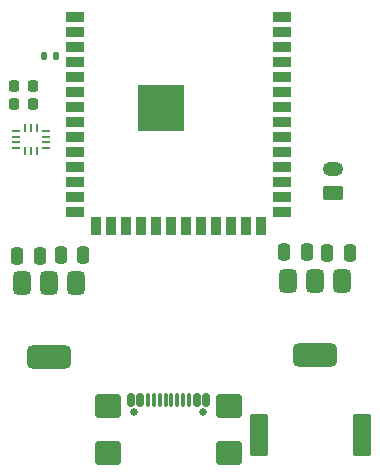
<source format=gbr>
%TF.GenerationSoftware,KiCad,Pcbnew,8.0.8-8.0.8-0~ubuntu24.04.1*%
%TF.CreationDate,2025-08-02T17:23:44-04:00*%
%TF.ProjectId,electronics,656c6563-7472-46f6-9e69-63732e6b6963,rev?*%
%TF.SameCoordinates,Original*%
%TF.FileFunction,Soldermask,Top*%
%TF.FilePolarity,Negative*%
%FSLAX46Y46*%
G04 Gerber Fmt 4.6, Leading zero omitted, Abs format (unit mm)*
G04 Created by KiCad (PCBNEW 8.0.8-8.0.8-0~ubuntu24.04.1) date 2025-08-02 17:23:44*
%MOMM*%
%LPD*%
G01*
G04 APERTURE LIST*
G04 Aperture macros list*
%AMRoundRect*
0 Rectangle with rounded corners*
0 $1 Rounding radius*
0 $2 $3 $4 $5 $6 $7 $8 $9 X,Y pos of 4 corners*
0 Add a 4 corners polygon primitive as box body*
4,1,4,$2,$3,$4,$5,$6,$7,$8,$9,$2,$3,0*
0 Add four circle primitives for the rounded corners*
1,1,$1+$1,$2,$3*
1,1,$1+$1,$4,$5*
1,1,$1+$1,$6,$7*
1,1,$1+$1,$8,$9*
0 Add four rect primitives between the rounded corners*
20,1,$1+$1,$2,$3,$4,$5,0*
20,1,$1+$1,$4,$5,$6,$7,0*
20,1,$1+$1,$6,$7,$8,$9,0*
20,1,$1+$1,$8,$9,$2,$3,0*%
G04 Aperture macros list end*
%ADD10R,0.675000X0.250000*%
%ADD11R,0.250000X0.675000*%
%ADD12RoundRect,0.225000X0.225000X0.250000X-0.225000X0.250000X-0.225000X-0.250000X0.225000X-0.250000X0*%
%ADD13RoundRect,0.135000X-0.135000X-0.185000X0.135000X-0.185000X0.135000X0.185000X-0.135000X0.185000X0*%
%ADD14C,0.650000*%
%ADD15RoundRect,0.150000X-0.150000X-0.425000X0.150000X-0.425000X0.150000X0.425000X-0.150000X0.425000X0*%
%ADD16RoundRect,0.075000X-0.075000X-0.500000X0.075000X-0.500000X0.075000X0.500000X-0.075000X0.500000X0*%
%ADD17RoundRect,0.250000X-0.840000X-0.750000X0.840000X-0.750000X0.840000X0.750000X-0.840000X0.750000X0*%
%ADD18R,1.500000X0.900000*%
%ADD19R,0.900000X1.500000*%
%ADD20C,0.600000*%
%ADD21R,3.900000X3.900000*%
%ADD22RoundRect,0.225000X-0.225000X-0.250000X0.225000X-0.250000X0.225000X0.250000X-0.225000X0.250000X0*%
%ADD23RoundRect,0.375000X-0.375000X0.625000X-0.375000X-0.625000X0.375000X-0.625000X0.375000X0.625000X0*%
%ADD24RoundRect,0.500000X-1.400000X0.500000X-1.400000X-0.500000X1.400000X-0.500000X1.400000X0.500000X0*%
%ADD25RoundRect,0.250000X-0.250000X-0.475000X0.250000X-0.475000X0.250000X0.475000X-0.250000X0.475000X0*%
%ADD26RoundRect,0.102000X-0.650000X-1.700000X0.650000X-1.700000X0.650000X1.700000X-0.650000X1.700000X0*%
%ADD27RoundRect,0.250000X0.250000X0.475000X-0.250000X0.475000X-0.250000X-0.475000X0.250000X-0.475000X0*%
%ADD28RoundRect,0.250000X0.625000X-0.350000X0.625000X0.350000X-0.625000X0.350000X-0.625000X-0.350000X0*%
%ADD29O,1.750000X1.200000*%
G04 APERTURE END LIST*
D10*
%TO.C,U2*%
X131792500Y-90472500D03*
X131792500Y-89972500D03*
X131792500Y-89472500D03*
X131792500Y-88972500D03*
D11*
X131030000Y-88710000D03*
X130530000Y-88710000D03*
X130030000Y-88710000D03*
D10*
X129267500Y-88972500D03*
X129267500Y-89472500D03*
X129267500Y-89972500D03*
X129267500Y-90472500D03*
D11*
X130030000Y-90735000D03*
X130530000Y-90735000D03*
X131030000Y-90735000D03*
%TD*%
D12*
%TO.C,C4*%
X130650000Y-86730000D03*
X129100000Y-86730000D03*
%TD*%
D13*
%TO.C,R1*%
X131610000Y-82630000D03*
X132630000Y-82630000D03*
%TD*%
D14*
%TO.C,J1*%
X139260000Y-112820000D03*
X145040000Y-112820000D03*
D15*
X138950000Y-111745000D03*
X139750000Y-111745000D03*
D16*
X140900000Y-111745000D03*
X141900000Y-111745000D03*
X142400000Y-111745000D03*
X143400000Y-111745000D03*
D15*
X144550000Y-111745000D03*
X145350000Y-111745000D03*
X145350000Y-111745000D03*
X144550000Y-111745000D03*
D16*
X143900000Y-111745000D03*
X142900000Y-111745000D03*
X141400000Y-111745000D03*
X140400000Y-111745000D03*
D15*
X139750000Y-111745000D03*
X138950000Y-111745000D03*
D17*
X137040000Y-112320000D03*
X137040000Y-116250000D03*
X147260000Y-112320000D03*
X147260000Y-116250000D03*
%TD*%
D18*
%TO.C,U1*%
X134270000Y-79310000D03*
X134270000Y-80580000D03*
X134270000Y-81850000D03*
X134270000Y-83120000D03*
X134270000Y-84390000D03*
X134270000Y-85660000D03*
X134270000Y-86930000D03*
X134270000Y-88200000D03*
X134270000Y-89470000D03*
X134270000Y-90740000D03*
X134270000Y-92010000D03*
X134270000Y-93280000D03*
X134270000Y-94550000D03*
X134270000Y-95820000D03*
D19*
X136035000Y-97070000D03*
X137305000Y-97070000D03*
X138575000Y-97070000D03*
X139845000Y-97070000D03*
X141115000Y-97070000D03*
X142385000Y-97070000D03*
X143655000Y-97070000D03*
X144925000Y-97070000D03*
X146195000Y-97070000D03*
X147465000Y-97070000D03*
X148735000Y-97070000D03*
X150005000Y-97070000D03*
D18*
X151770000Y-95820000D03*
X151770000Y-94550000D03*
X151770000Y-93280000D03*
X151770000Y-92010000D03*
X151770000Y-90740000D03*
X151770000Y-89470000D03*
X151770000Y-88200000D03*
X151770000Y-86930000D03*
X151770000Y-85660000D03*
X151770000Y-84390000D03*
X151770000Y-83120000D03*
X151770000Y-81850000D03*
X151770000Y-80580000D03*
X151770000Y-79310000D03*
D20*
X140120000Y-86330000D03*
X140120000Y-87730000D03*
X140820000Y-85630000D03*
X140820000Y-87030000D03*
X140820000Y-88430000D03*
X141520000Y-86330000D03*
D21*
X141520000Y-87030000D03*
D20*
X141520000Y-87730000D03*
X142220000Y-85630000D03*
X142220000Y-87030000D03*
X142220000Y-88430000D03*
X142920000Y-86330000D03*
X142920000Y-87730000D03*
%TD*%
D22*
%TO.C,C3*%
X129100000Y-85220000D03*
X130650000Y-85220000D03*
%TD*%
D23*
%TO.C,U3*%
X156880000Y-101670000D03*
X154580000Y-101670000D03*
D24*
X154580000Y-107970000D03*
D23*
X152280000Y-101670000D03*
%TD*%
D25*
%TO.C,C7*%
X133010000Y-99520000D03*
X134910000Y-99520000D03*
%TD*%
D26*
%TO.C,BZ1*%
X149850000Y-114760000D03*
X158550000Y-114760000D03*
%TD*%
D25*
%TO.C,C2*%
X155610000Y-99290000D03*
X157510000Y-99290000D03*
%TD*%
D23*
%TO.C,U5*%
X134350000Y-101860000D03*
X132050000Y-101860000D03*
D24*
X132050000Y-108160000D03*
D23*
X129750000Y-101860000D03*
%TD*%
D27*
%TO.C,C6*%
X131250000Y-99560000D03*
X129350000Y-99560000D03*
%TD*%
D25*
%TO.C,C1*%
X151950000Y-99270000D03*
X153850000Y-99270000D03*
%TD*%
D28*
%TO.C,BT1*%
X156060000Y-94220000D03*
D29*
X156060000Y-92220000D03*
%TD*%
M02*

</source>
